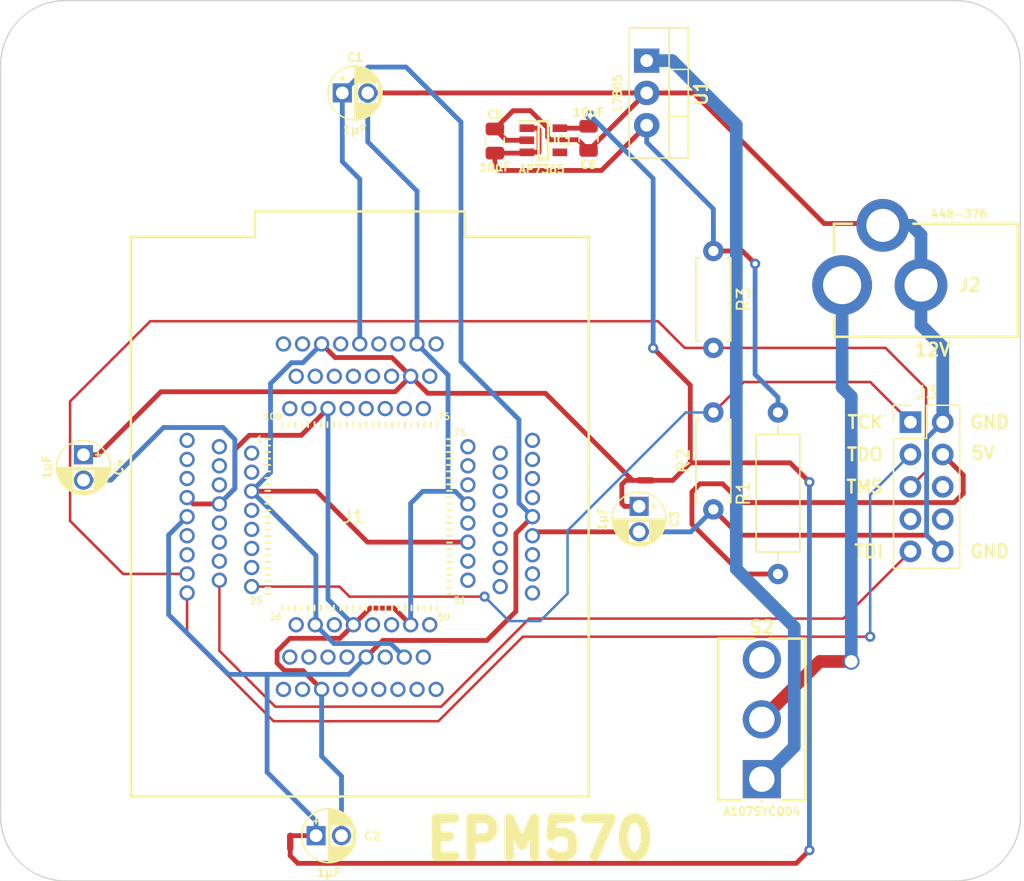
<source format=kicad_pcb>
(kicad_pcb (version 20240108) (generator "pcbnew") (generator_version "8.0")
  (title_block (title "EPM7160S") (date "2025-02-06") (rev "V0"))
  (layers (0 "F.Cu" signal) (31 "B.Cu" signal) (36 "B.SilkS" user "B.Silkscreen") (37 "F.SilkS" user "F.Silkscreen") (38 "B.Mask" user) (39 "F.Mask" user) (44 "Edge.Cuts" user))
  (net 0 "")
  (net 1 "/VCCIO")
  (net 2 "/GND")
  (net 3 "/TMS")
  (net 4 "/TDO")
  (net 5 "/TDI")
  (net 6 "/TCK")
  (net 7 "/VCCINT")
  (net 8 "/5V")
  (net 9 "/12V Socket")
  (net 12 "Net-(J3-Pin_4)")
  (net 14 "/12V")
  (net 16 "/IO44{slash}DEV CLR")
  (net 17 "/IO14{slash}GCLK1")
  (net 18 "/IO12{slash}GCLK0")
  (net 19 "/IO64{slash}GCLK3")
  (net 20 "/IO62{slash}GCLK2")
  (net 21 "/IO43{slash}DEV OE")
  (net 22 "/IO68")
  (net 23 "/IO19")
  (net 24 "/IO53")
  (net 25 "/IO35")
  (net 26 "/IO56")
  (net 27 "/IO87")
  (net 28 "/IO29")
  (net 29 "/IO15")
  (net 30 "/IO81")
  (net 31 "/IO67")
  (net 32 "/IO17")
  (net 33 "/IO58")
  (net 34 "/IO52")
  (net 35 "/IO77")
  (net 36 "/IO84")
  (net 37 "/IO4")
  (net 38 "/IO30")
  (net 39 "/IO50")
  (net 40 "/IO51")
  (net 41 "/IO70")
  (net 42 "/IO69")
  (net 43 "/IO2")
  (net 44 "/IO36")
  (net 45 "/IO49")
  (net 46 "/IO3")
  (net 47 "/IO89")
  (net 48 "/IO96")
  (net 49 "/IO90")
  (net 50 "/IO28")
  (net 51 "/IO76")
  (net 52 "/IO91")
  (net 53 "/IO74")
  (net 54 "/IO82")
  (net 55 "/IO1")
  (net 56 "/IO99")
  (net 57 "/IO100")
  (net 58 "/IO26")
  (net 59 "/IO20")
  (net 60 "/IO7")
  (net 61 "/IO34")
  (net 62 "/IO61")
  (net 63 "/IO72")
  (net 64 "/IO54")
  (net 65 "/IO73")
  (net 66 "/IO16")
  (net 67 "/IO66")
  (net 68 "/IO21")
  (net 69 "/IO98")
  (net 70 "/IO33")
  (net 71 "/IO27")
  (net 72 "/IO71")
  (net 73 "/IO6")
  (net 74 "/IO40")
  (net 75 "/IO92")
  (net 76 "/IO57")
  (net 77 "/IO75")
  (net 78 "/IO97")
  (net 79 "/IO41")
  (net 80 "/IO85")
  (net 81 "/IO48")
  (net 82 "/IO78")
  (net 83 "/IO55")
  (net 84 "/IO83")
  (net 85 "/IO95")
  (net 86 "/IO47")
  (net 87 "/IO18")
  (net 88 "/IO86")
  (net 89 "/IO42")
  (net 90 "/IO38")
  (net 91 "/IO8")
  (net 92 "/IO5")
  (net 93 "/3.3V")
  (footprint "SamacSys_Parts:CP_Radial_D4.0mm_P2.00mm" (layer "F.Cu") (at 10.356 -20.32)
    (property "Reference" "C1" (at 1 -2.794 0) (layer "F.SilkS") (effects (font (size 0.635 0.635))))
    (property "Value" "1μF" (at 1 2.8956 0) (layer "F.SilkS") (effects (font (size 0.635 0.635))))
    (pad "1" thru_hole rect (at 0 0) (size 1.5 1.5) (drill 1) (layers "*.Cu" "*.Mask") (net 7 "/VCCINT"))
    (pad "2" thru_hole circle (at 2 0) (size 1.5 1.5) (drill 1) (layers "*.Cu" "*.Mask") (net 2 "/GND"))
  )
  (footprint "SamacSys_Parts:SOT95P285X130-5N" (layer "F.Cu") (at 26.164 -16.598)
    (property "Reference" "IC1" (at 1.524 0 0) (layer "F.SilkS") (effects (font (size 0.635 0.635))))
    (property "Value" "AP7365-33WG-7" (hide yes))
    (property "Silkscreen" "AP7365" (at -0.127 2.286 0) (layer "F.SilkS") (effects (font (size 0.635 0.635))))
    (pad "1" smd rect (at -1.3 -0.95 90) (size 0.6 1.15) (layers "F.Cu" "F.Paste" "F.Mask") (net 8 "/5V"))
    (pad "2" smd rect (at -1.3 0 90) (size 0.6 1.15) (layers "F.Cu" "F.Paste" "F.Mask") (net 2 "/GND"))
    (pad "3" smd rect (at -1.3 0.95 90) (size 0.6 1.15) (layers "F.Cu" "F.Paste" "F.Mask") (net 8 "/5V"))
    (pad "4" smd rect (at 1.3 0.95 90) (size 0.6 1.15) (layers "F.Cu" "F.Paste" "F.Mask"))
    (pad "5" smd rect (at 1.3 -0.95 90) (size 0.6 1.15) (layers "F.Cu" "F.Paste" "F.Mask") (net 93 "/3.3V"))
  )
  (footprint "NetTie:NetTie-2_SMD_Pad0.5mm" (layer "F.Cu") (at 6.26 38.591 90)
    (property "Reference" "NT4" (hide yes))
    (property "Value" "NetTie_2" (hide yes))
    (fp_poly (pts (xy -0.5 -0.25) (xy 0.5 -0.25) (xy 0.5 0.25) (xy -0.5 0.25)) (fill solid) (layer "F.Cu"))
    (pad "1" smd circle (at -0.5 0 90) (size 0.5 0.5) (layers "F.Cu") (net 93 "/3.3V"))
    (pad "2" smd circle (at 0.5 0 90) (size 0.5 0.5) (layers "F.Cu") (net 7 "/VCCINT"))
  )
  (footprint "SamacSys_Parts:448376" (layer "F.Cu") (at 60.8838 -5.207)
    (property "Reference" "J2" (at -1.1938 0 0) (layer "F.SilkS") (effects (font (thickness 0.2))))
    (property "Value" "448-376" (at -2.032 -5.588 0) (layer "F.SilkS") (effects (font (size 0.635 0.635))))
    (pad "INNER" thru_hole circle (at -11.2268 0) (size 4.7 4.7) (drill 3) (layers "*.Cu" "*.Mask") (net 9 "/12V Socket"))
    (pad "SHL1" thru_hole circle (at -8.0268 -4.7) (size 4.15 4.15) (drill 2.6) (layers "*.Cu" "*.Mask") (net 2 "/GND"))
    (pad "SHL2" thru_hole circle (at -5.0268 0) (size 4.15 4.15) (drill 2.6) (layers "*.Cu" "*.Mask") (net 2 "/GND"))
  )
  (footprint "SamacSys_Parts:A107SYCQ04" (layer "F.Cu") (at 43.344 33.638)
    (property "Reference" "S2" (at 0 -11.938 0) (layer "F.SilkS") (effects (font (thickness 0.2))))
    (property "Value" "A107SYCQ04" (at 0 2.54 0) (layer "F.SilkS") (effects (font (size 0.635 0.635))))
    (pad "1" thru_hole rect (at 0 0) (size 3 3) (drill 2) (layers "*.Cu" "*.Mask") (net 14 "/12V"))
    (pad "2" thru_hole circle (at 0 -4.699) (size 3 3) (drill 2) (layers "*.Cu" "*.Mask") (net 9 "/12V Socket"))
    (pad "3" thru_hole circle (at 0 -9.398) (size 3 3) (drill 2) (layers "*.Cu" "*.Mask"))
  )
  (footprint "SamacSys_Parts:TO-220-3_Vertical" (layer "F.Cu") (at 34.29 -22.86 -90)
    (property "Reference" "U1" (at 2.54 -4.27 90) (layer "F.SilkS") (effects (font (thickness 0.2))))
    (property "Value" "L7805" (at 2.54 2.286 90) (layer "F.SilkS") (effects (font (size 0.635 0.635))))
    (pad "1" thru_hole rect (at 0 0 270) (size 1.905 2) (drill 1) (layers "*.Cu" "*.Mask") (net 14 "/12V"))
    (pad "2" thru_hole oval (at 2.54 0 270) (size 1.905 2) (drill 1) (layers "*.Cu" "*.Mask") (net 2 "/GND"))
    (pad "3" thru_hole oval (at 5.08 0 270) (size 1.905 2) (drill 1) (layers "*.Cu" "*.Mask") (net 8 "/5V"))
  )
  (footprint "Resistor_THT:R_Axial_DIN0309_L9.0mm_D3.2mm_P12.70mm_Horizontal" (layer "F.Cu") (at 44.614 17.509 90)
    (property "Reference" "R1" (at 6.35 -2.72 90) (layer "F.SilkS"))
    (property "Value" "100")
    (pad "1" thru_hole circle (at 0 0 90) (size 1.6 1.6) (drill 0.8) (layers "*.Cu" "*.Mask") (net 12 "Net-(J3-Pin_4)"))
    (pad "2" thru_hole oval (at 12.7 0 90) (size 1.6 1.6) (drill 0.8) (layers "*.Cu" "*.Mask") (net 8 "/5V"))
  )
  (footprint "SamacSys_Parts:C_0805" (layer "F.Cu") (at 29.718 -16.764 180)
    (property "Reference" "C6" (at 0.027 -2.075 360) (layer "F.SilkS") (effects (font (size 0.635 0.635))))
    (property "Value" "10µF" (at 0 2.032 360) (layer "F.SilkS") (effects (font (size 0.635 0.635))))
    (pad "1" smd roundrect (at 0 0.934 270) (size 1 1.45) (layers "F.Cu" "F.Paste" "F.Mask") (net 93 "/3.3V"))
    (pad "2" smd roundrect (at 0 -0.966 270) (size 1 1.45) (layers "F.Cu" "F.Paste" "F.Mask") (net 2 "/GND"))
  )
  (footprint "SamacSys_Parts:CP_Radial_D4.0mm_P2.00mm" (layer "F.Cu") (at 33.692 12.191 -90)
    (property "Reference" "C3" (at 1 -2.794 90) (layer "F.SilkS") (effects (font (size 0.635 0.635))))
    (property "Value" "1μF" (at 1 2.8956 90) (layer "F.SilkS") (effects (font (size 0.635 0.635))))
    (pad "1" thru_hole rect (at 0 0 270) (size 1.5 1.5) (drill 1) (layers "*.Cu" "*.Mask") (net 1 "/VCCIO"))
    (pad "2" thru_hole circle (at 2 0 270) (size 1.5 1.5) (drill 1) (layers "*.Cu" "*.Mask") (net 2 "/GND"))
  )
  (footprint "Connector_PinHeader_2.54mm:PinHeader_2x05_P2.54mm_Vertical" (layer "F.Cu") (at 55.028 5.571)
    (property "Reference" "J3" (at 1.27 -2.33 0) (layer "F.SilkS"))
    (property "Value" "Conn_02x05_Counter_Clockwise")
    (pad "1" thru_hole rect (at 0 0) (size 1.7 1.7) (drill 1) (layers "*.Cu" "*.Mask") (net 6 "/TCK"))
    (pad "2" thru_hole oval (at 2.54 0) (size 1.7 1.7) (drill 1) (layers "*.Cu" "*.Mask") (net 2 "/GND"))
    (pad "3" thru_hole oval (at 0 2.54) (size 1.7 1.7) (drill 1) (layers "*.Cu" "*.Mask") (net 4 "/TDO"))
    (pad "4" thru_hole oval (at 2.54 2.54) (size 1.7 1.7) (drill 1) (layers "*.Cu" "*.Mask") (net 12 "Net-(J3-Pin_4)"))
    (pad "5" thru_hole oval (at 0 5.08) (size 1.7 1.7) (drill 1) (layers "*.Cu" "*.Mask") (net 3 "/TMS"))
    (pad "6" thru_hole oval (at 2.54 5.08) (size 1.7 1.7) (drill 1) (layers "*.Cu" "*.Mask"))
    (pad "7" thru_hole oval (at 0 7.62) (size 1.7 1.7) (drill 1) (layers "*.Cu" "*.Mask"))
    (pad "8" thru_hole oval (at 2.54 7.62) (size 1.7 1.7) (drill 1) (layers "*.Cu" "*.Mask"))
    (pad "9" thru_hole oval (at 0 10.16) (size 1.7 1.7) (drill 1) (layers "*.Cu" "*.Mask") (net 5 "/TDI"))
    (pad "10" thru_hole oval (at 2.54 10.16) (size 1.7 1.7) (drill 1) (layers "*.Cu" "*.Mask") (net 2 "/GND"))
  )
  (footprint "Resistor_THT:R_Axial_DIN0207_L6.3mm_D2.5mm_P7.62mm_Horizontal" (layer "F.Cu") (at 39.534 12.429 90)
    (property "Reference" "R2" (at 3.81 -2.37 90) (layer "F.SilkS"))
    (property "Value" "6.8K")
    (pad "1" thru_hole circle (at 0 0 90) (size 1.6 1.6) (drill 0.8) (layers "*.Cu" "*.Mask") (net 2 "/GND"))
    (pad "2" thru_hole oval (at 7.62 0 90) (size 1.6 1.6) (drill 0.8) (layers "*.Cu" "*.Mask") (net 6 "/TCK"))
  )
  (footprint "Resistor_THT:R_Axial_DIN0207_L6.3mm_D2.5mm_P7.62mm_Horizontal" (layer "F.Cu") (at 39.534 -7.891 -90)
    (property "Reference" "R3" (at 3.81 -2.37 90) (layer "F.SilkS"))
    (property "Value" "6.8K")
    (pad "1" thru_hole circle (at 0 0 270) (size 1.6 1.6) (drill 0.8) (layers "*.Cu" "*.Mask") (net 8 "/5V"))
    (pad "2" thru_hole oval (at 7.62 0 270) (size 1.6 1.6) (drill 0.8) (layers "*.Cu" "*.Mask") (net 3 "/TMS"))
  )
  (footprint "SamacSys_Parts:AllSocket-QFP-100-14X14-0.5-Clamshell" (layer "F.Cu") (at 10.714 11.984)
    (property "Reference" "J1" (at 0.516 1.016 0) (layer "F.SilkS"))
    (property "Value" "~")
    (fp_text user "51" (at 8.89 7.62 0) (layer "F.SilkS") (effects (font (size 0.5 0.5) (thickness 0.1) (bold yes))))
    (fp_text user "26" (at -5.588 8.89 0) (layer "F.SilkS") (effects (font (size 0.5 0.5) (thickness 0.1) (bold yes))))
    (fp_text user "1" (at -6.858 -5.08 0) (layer "F.SilkS") (effects (font (size 0.5 0.5) (thickness 0.1) (bold yes))))
    (fp_text user "25" (at -7.112 7.62 0) (layer "F.SilkS") (effects (font (size 0.5 0.5) (thickness 0.1) (bold yes))))
    (fp_text user "100" (at -5.842 -6.858 0) (layer "F.SilkS") (effects (font (size 0.5 0.5) (thickness 0.1) (bold yes))))
    (fp_text user "76" (at 7.62 -6.858 0) (layer "F.SilkS") (effects (font (size 0.5 0.5) (thickness 0.1) (bold yes))))
    (fp_text user "50" (at 7.62 8.89 0) (layer "F.SilkS") (effects (font (size 0.5 0.5) (thickness 0.1) (bold yes))))
    (fp_text user "75" (at 8.89 -5.588 0) (layer "F.SilkS") (effects (font (size 0.5 0.5) (thickness 0.1) (bold yes))))
    (pad "" np_thru_hole circle (at -11.984 -11.984 90) (size 3.2 3.2) (drill 3.6) (layers "F&B.Cu" "*.Mask"))
    (pad "" np_thru_hole circle (at -11.984 14.016 90) (size 3.2 3.2) (drill 3.6) (layers "F&B.Cu" "*.Mask"))
    (pad "" np_thru_hole circle (at 14.016 -11.984 90) (size 3.2 3.2) (drill 3.6) (layers "F&B.Cu" "*.Mask"))
    (pad "" np_thru_hole circle (at 14.016 14.016 90) (size 3.2 3.2) (drill 3.6) (layers "F&B.Cu" "*.Mask"))
    (pad "1" thru_hole circle (at -12.564 -4.984 90) (size 1.2 1.2) (drill 0.8) (layers "*.Cu" "*.Mask") (net 55 "/IO1"))
    (pad "2" thru_hole circle (at -10.024 -4.484 90) (size 1.2 1.2) (drill 0.8) (layers "*.Cu" "*.Mask") (net 43 "/IO2"))
    (pad "3" thru_hole circle (at -7.484 -3.984 90) (size 1.2 1.2) (drill 0.8) (layers "*.Cu" "*.Mask") (net 46 "/IO3"))
    (pad "4" thru_hole circle (at -12.564 -3.484 90) (size 1.2 1.2) (drill 0.8) (layers "*.Cu" "*.Mask") (net 37 "/IO4"))
    (pad "5" thru_hole circle (at -10.024 -2.984 90) (size 1.2 1.2) (drill 0.8) (layers "*.Cu" "*.Mask") (net 92 "/IO5"))
    (pad "6" thru_hole circle (at -7.484 -2.484 90) (size 1.2 1.2) (drill 0.8) (layers "*.Cu" "*.Mask") (net 73 "/IO6"))
    (pad "7" thru_hole circle (at -12.564 -1.984 90) (size 1.2 1.2) (drill 0.8) (layers "*.Cu" "*.Mask") (net 60 "/IO7"))
    (pad "8" thru_hole circle (at -10.024 -1.484 90) (size 1.2 1.2) (drill 0.8) (layers "*.Cu" "*.Mask") (net 91 "/IO8"))
    (pad "9" thru_hole circle (at -7.484 -0.984 90) (size 1.2 1.2) (drill 0.8) (layers "*.Cu" "*.Mask") (net 1 "/VCCIO"))
    (pad "10" thru_hole circle (at -12.564 -0.484 90) (size 1.2 1.2) (drill 0.8) (layers "*.Cu" "*.Mask") (net 2 "/GND"))
    (pad "11" thru_hole circle (at -10.024 0.016 90) (size 1.2 1.2) (drill 0.8) (layers "*.Cu" "*.Mask") (net 2 "/GND"))
    (pad "12" thru_hole circle (at -7.484 0.516 90) (size 1.2 1.2) (drill 0.8) (layers "*.Cu" "*.Mask") (net 18 "/IO12{slash}GCLK0"))
    (pad "13" thru_hole circle (at -12.564 1.016 90) (size 1.2 1.2) (drill 0.8) (layers "*.Cu" "*.Mask") (net 7 "/VCCINT"))
    (pad "14" thru_hole circle (at -10.024 1.516 90) (size 1.2 1.2) (drill 0.8) (layers "*.Cu" "*.Mask") (net 17 "/IO14{slash}GCLK1"))
    (pad "15" thru_hole circle (at -7.484 2.016 90) (size 1.2 1.2) (drill 0.8) (layers "*.Cu" "*.Mask") (net 29 "/IO15"))
    (pad "16" thru_hole circle (at -12.564 2.516 90) (size 1.2 1.2) (drill 0.8) (layers "*.Cu" "*.Mask") (net 66 "/IO16"))
    (pad "17" thru_hole circle (at -10.024 3.016 90) (size 1.2 1.2) (drill 0.8) (layers "*.Cu" "*.Mask") (net 32 "/IO17"))
    (pad "18" thru_hole circle (at -7.484 3.516 90) (size 1.2 1.2) (drill 0.8) (layers "*.Cu" "*.Mask") (net 87 "/IO18"))
    (pad "19" thru_hole circle (at -12.564 4.016 90) (size 1.2 1.2) (drill 0.8) (layers "*.Cu" "*.Mask") (net 23 "/IO19"))
    (pad "20" thru_hole circle (at -10.024 4.516 90) (size 1.2 1.2) (drill 0.8) (layers "*.Cu" "*.Mask") (net 59 "/IO20"))
    (pad "21" thru_hole circle (at -7.484 5.016 90) (size 1.2 1.2) (drill 0.8) (layers "*.Cu" "*.Mask") (net 68 "/IO21"))
    (pad "22" thru_hole circle (at -12.564 5.516 90) (size 1.2 1.2) (drill 0.8) (layers "*.Cu" "*.Mask") (net 3 "/TMS"))
    (pad "23" thru_hole circle (at -10.024 6.016 90) (size 1.2 1.2) (drill 0.8) (layers "*.Cu" "*.Mask") (net 5 "/TDI"))
    (pad "24" thru_hole circle (at -7.484 6.516 90) (size 1.2 1.2) (drill 0.8) (layers "*.Cu" "*.Mask") (net 6 "/TCK"))
    (pad "25" thru_hole circle (at -12.564 7.016 90) (size 1.2 1.2) (drill 0.8) (layers "*.Cu" "*.Mask") (net 4 "/TDO"))
    (pad "26" thru_hole circle (at -4.984 14.596 180) (size 1.2 1.2) (drill 0.8) (layers "*.Cu" "*.Mask") (net 58 "/IO26"))
    (pad "27" thru_hole circle (at -4.484 12.056 180) (size 1.2 1.2) (drill 0.8) (layers "*.Cu" "*.Mask") (net 71 "/IO27"))
    (pad "28" thru_hole circle (at -3.984 9.516 180) (size 1.2 1.2) (drill 0.8) (layers "*.Cu" "*.Mask") (net 50 "/IO28"))
    (pad "29" thru_hole circle (at -3.484 14.596 180) (size 1.2 1.2) (drill 0.8) (layers "*.Cu" "*.Mask") (net 28 "/IO29"))
    (pad "30" thru_hole circle (at -2.984 12.056 180) (size 1.2 1.2) (drill 0.8) (layers "*.Cu" "*.Mask") (net 38 "/IO30"))
    (pad "31" thru_hole circle (at -2.484 9.516 180) (size 1.2 1.2) (drill 0.8) (layers "*.Cu" "*.Mask") (net 1 "/VCCIO"))
    (pad "32" thru_hole circle (at -1.984 14.596 180) (size 1.2 1.2) (drill 0.8) (layers "*.Cu" "*.Mask") (net 2 "/GND"))
    (pad "33" thru_hole circle (at -1.484 12.056 180) (size 1.2 1.2) (drill 0.8) (layers "*.Cu" "*.Mask") (net 70 "/IO33"))
    (pad "34" thru_hole circle (at -0.984 9.516 180) (size 1.2 1.2) (drill 0.8) (layers "*.Cu" "*.Mask") (net 61 "/IO34"))
    (pad "35" thru_hole circle (at -0.484 14.596 180) (size 1.2 1.2) (drill 0.8) (layers "*.Cu" "*.Mask") (net 25 "/IO35"))
    (pad "36" thru_hole circle (at 0.016 12.056 180) (size 1.2 1.2) (drill 0.8) (layers "*.Cu" "*.Mask") (net 44 "/IO36"))
    (pad "37" thru_hole circle (at 0.516 9.516 180) (size 1.2 1.2) (drill 0.8) (layers "*.Cu" "*.Mask") (net 2 "/GND"))
    (pad "38" thru_hole circle (at 1.016 14.596 180) (size 1.2 1.2) (drill 0.8) (layers "*.Cu" "*.Mask") (net 90 "/IO38"))
    (pad "39" thru_hole circle (at 1.516 12.056 180) (size 1.2 1.2) (drill 0.8) (layers "*.Cu" "*.Mask") (net 7 "/VCCINT"))
    (pad "40" thru_hole circle (at 2.016 9.516 180) (size 1.2 1.2) (drill 0.8) (layers "*.Cu" "*.Mask") (net 74 "/IO40"))
    (pad "41" thru_hole circle (at 2.516 14.596 180) (size 1.2 1.2) (drill 0.8) (layers "*.Cu" "*.Mask") (net 79 "/IO41"))
    (pad "42" thru_hole circle (at 3.016 12.056 180) (size 1.2 1.2) (drill 0.8) (layers "*.Cu" "*.Mask") (net 89 "/IO42"))
    (pad "43" thru_hole circle (at 3.516 9.516 180) (size 1.2 1.2) (drill 0.8) (layers "*.Cu" "*.Mask") (net 21 "/IO43{slash}DEV OE"))
    (pad "44" thru_hole circle (at 4.016 14.596 180) (size 1.2 1.2) (drill 0.8) (layers "*.Cu" "*.Mask") (net 16 "/IO44{slash}DEV CLR"))
    (pad "45" thru_hole circle (at 4.516 12.056 180) (size 1.2 1.2) (drill 0.8) (layers "*.Cu" "*.Mask") (net 1 "/VCCIO"))
    (pad "46" thru_hole circle (at 5.016 9.516 180) (size 1.2 1.2) (drill 0.8) (layers "*.Cu" "*.Mask") (net 2 "/GND"))
    (pad "47" thru_hole circle (at 5.516 14.596 180) (size 1.2 1.2) (drill 0.8) (layers "*.Cu" "*.Mask") (net 86 "/IO47"))
    (pad "48" thru_hole circle (at 6.016 12.056 180) (size 1.2 1.2) (drill 0.8) (layers "*.Cu" "*.Mask") (net 81 "/IO48"))
    (pad "49" thru_hole circle (at 6.516 9.516 180) (size 1.2 1.2) (drill 0.8) (layers "*.Cu" "*.Mask") (net 45 "/IO49"))
    (pad "50" thru_hole circle (at 7.016 14.596 180) (size 1.2 1.2) (drill 0.8) (layers "*.Cu" "*.Mask") (net 39 "/IO50"))
    (pad "51" thru_hole circle (at 14.596 7.016 270) (size 1.2 1.2) (drill 0.8) (layers "*.Cu" "*.Mask") (net 40 "/IO51"))
    (pad "52" thru_hole circle (at 12.056 6.516 270) (size 1.2 1.2) (drill 0.8) (layers "*.Cu" "*.Mask") (net 34 "/IO52"))
    (pad "53" thru_hole circle (at 9.516 6.016 270) (size 1.2 1.2) (drill 0.8) (layers "*.Cu" "*.Mask") (net 24 "/IO53"))
    (pad "54" thru_hole circle (at 14.596 5.516 270) (size 1.2 1.2) (drill 0.8) (layers "*.Cu" "*.Mask") (net 64 "/IO54"))
    (pad "55" thru_hole circle (at 12.056 5.016 270) (size 1.2 1.2) (drill 0.8) (layers "*.Cu" "*.Mask") (net 83 "/IO55"))
    (pad "56" thru_hole circle (at 9.516 4.516 270) (size 1.2 1.2) (drill 0.8) (layers "*.Cu" "*.Mask") (net 26 "/IO56"))
    (pad "57" thru_hole circle (at 14.596 4.016 270) (size 1.2 1.2) (drill 0.8) (layers "*.Cu" "*.Mask") (net 76 "/IO57"))
    (pad "58" thru_hole circle (at 12.056 3.516 270) (size 1.2 1.2) (drill 0.8) (layers "*.Cu" "*.Mask") (net 33 "/IO58"))
    (pad "59" thru_hole circle (at 9.516 3.016 270) (size 1.2 1.2) (drill 0.8) (layers "*.Cu" "*.Mask") (net 1 "/VCCIO"))
    (pad "60" thru_hole circle (at 14.596 2.516 270) (size 1.2 1.2) (drill 0.8) (layers "*.Cu" "*.Mask") (net 2 "/GND"))
    (pad "61" thru_hole circle (at 12.056 2.016 270) (size 1.2 1.2) (drill 0.8) (layers "*.Cu" "*.Mask") (net 62 "/IO61"))
    (pad "62" thru_hole circle (at 9.516 1.516 270) (size 1.2 1.2) (drill 0.8) (layers "*.Cu" "*.Mask") (net 20 "/IO62{slash}GCLK2"))
    (pad "63" thru_hole circle (at 14.596 1.016 90) (size 1.2 1.2) (drill 0.8) (layers "*.Cu" "*.Mask") (net 7 "/VCCINT"))
    (pad "64" thru_hole circle (at 12.056 0.516 270) (size 1.2 1.2) (drill 0.8) (layers "*.Cu" "*.Mask") (net 19 "/IO64{slash}GCLK3"))
    (pad "65" thru_hole circle (at 9.516 0.016 270) (size 1.2 1.2) (drill 0.8) (layers "*.Cu" "*.Mask") (net 2 "/GND"))
    (pad "66" thru_hole circle (at 14.596 -0.484 270) (size 1.2 1.2) (drill 0.8) (layers "*.Cu" "*.Mask") (net 67 "/IO66"))
    (pad "67" thru_hole circle (at 12.056 -0.984 270) (size 1.2 1.2) (drill 0.8) (layers "*.Cu" "*.Mask") (net 31 "/IO67"))
    (pad "68" thru_hole circle (at 9.516 -1.484 270) (size 1.2 1.2) (drill 0.8) (layers "*.Cu" "*.Mask") (net 22 "/IO68"))
    (pad "69" thru_hole circle (at 14.596 -1.984 270) (size 1.2 1.2) (drill 0.8) (layers "*.Cu" "*.Mask") (net 42 "/IO69"))
    (pad "70" thru_hole circle (at 12.056 -2.484 270) (size 1.2 1.2) (drill 0.8) (layers "*.Cu" "*.Mask") (net 41 "/IO70"))
    (pad "71" thru_hole circle (at 9.516 -2.984 270) (size 1.2 1.2) (drill 0.8) (layers "*.Cu" "*.Mask") (net 72 "/IO71"))
    (pad "72" thru_hole circle (at 14.596 -3.484 270) (size 1.2 1.2) (drill 0.8) (layers "*.Cu" "*.Mask") (net 63 "/IO72"))
    (pad "73" thru_hole circle (at 12.056 -3.984 270) (size 1.2 1.2) (drill 0.8) (layers "*.Cu" "*.Mask") (net 65 "/IO73"))
    (pad "74" thru_hole circle (at 9.516 -4.484 270) (size 1.2 1.2) (drill 0.8) (layers "*.Cu" "*.Mask") (net 53 "/IO74"))
    (pad "75" thru_hole circle (at 14.596 -4.984 270) (size 1.2 1.2) (drill 0.8) (layers "*.Cu" "*.Mask") (net 77 "/IO75"))
    (pad "76" thru_hole circle (at 7.016 -12.564) (size 1.2 1.2) (drill 0.8) (layers "*.Cu" "*.Mask") (net 51 "/IO76"))
    (pad "77" thru_hole circle (at 6.516 -10.024) (size 1.2 1.2) (drill 0.8) (layers "*.Cu" "*.Mask") (net 35 "/IO77"))
    (pad "78" thru_hole circle (at 6.016 -7.484) (size 1.2 1.2) (drill 0.8) (layers "*.Cu" "*.Mask") (net 82 "/IO78"))
    (pad "79" thru_hole circle (at 5.516 -12.564) (size 1.2 1.2) (drill 0.8) (layers "*.Cu" "*.Mask") (net 2 "/GND"))
    (pad "80" thru_hole circle (at 5.016 -10.024) (size 1.2 1.2) (drill 0.8) (layers "*.Cu" "*.Mask") (net 1 "/VCCIO"))
    (pad "81" thru_hole circle (at 4.516 -7.484) (size 1.2 1.2) (drill 0.8) (layers "*.Cu" "*.Mask") (net 30 "/IO81"))
    (pad "82" thru_hole circle (at 4.016 -12.564) (size 1.2 1.2) (drill 0.8) (layers "*.Cu" "*.Mask") (net 54 "/IO82"))
    (pad "83" thru_hole circle (at 3.516 -10.024) (size 1.2 1.2) (drill 0.8) (layers "*.Cu" "*.Mask") (net 84 "/IO83"))
    (pad "84" thru_hole circle (at 3.016 -7.484) (size 1.2 1.2) (drill 0.8) (layers "*.Cu" "*.Mask") (net 36 "/IO84"))
    (pad "85" thru_hole circle (at 2.516 -12.564) (size 1.2 1.2) (drill 0.8) (layers "*.Cu" "*.Mask") (net 80 "/IO85"))
    (pad "86" thru_hole circle (at 2.016 -10.024) (size 1.2 1.2) (drill 0.8) (layers "*.Cu" "*.Mask") (net 88 "/IO86"))
    (pad "87" thru_hole circle (at 1.516 -7.484) (size 1.2 1.2) (drill 0.8) (layers "*.Cu" "*.Mask") (net 27 "/IO87"))
    (pad "88" thru_hole circle (at 1.016 -12.564 180) (size 1.2 1.2) (drill 0.8) (layers "*.Cu" "*.Mask") (net 7 "/VCCINT"))
    (pad "89" thru_hole circle (at 0.516 -10.024) (size 1.2 1.2) (drill 0.8) (layers "*.Cu" "*.Mask") (net 47 "/IO89"))
    (pad "90" thru_hole circle (at 0.016 -7.484) (size 1.2 1.2) (drill 0.8) (layers "*.Cu" "*.Mask") (net 49 "/IO90"))
    (pad "91" thru_hole circle (at -0.484 -12.564) (size 1.2 1.2) (drill 0.8) (layers "*.Cu" "*.Mask") (net 52 "/IO91"))
    (pad "92" thru_hole circle (at -0.984 -10.024) (size 1.2 1.2) (drill 0.8) (layers "*.Cu" "*.Mask") (net 75 "/IO92"))
    (pad "93" thru_hole circle (at -1.484 -7.484) (size 1.2 1.2) (drill 0.8) (layers "*.Cu" "*.Mask") (net 2 "/GND"))
    (pad "94" thru_hole circle (at -1.984 -12.564) (size 1.2 1.2) (drill 0.8) (layers "*.Cu" "*.Mask") (net 1 "/VCCIO"))
    (pad "95" thru_hole circle (at -2.484 -10.024) (size 1.2 1.2) (drill 0.8) (layers "*.Cu" "*.Mask") (net 85 "/IO95"))
    (pad "96" thru_hole circle (at -2.984 -7.484) (size 1.2 1.2) (drill 0.8) (layers "*.Cu" "*.Mask") (net 48 "/IO96"))
    (pad "97" thru_hole circle (at -3.484 -12.564) (size 1.2 1.2) (drill 0.8) (layers "*.Cu" "*.Mask") (net 78 "/IO97"))
    (pad "98" thru_hole circle (at -3.984 -10.024) (size 1.2 1.2) (drill 0.8) (layers "*.Cu" "*.Mask") (net 69 "/IO98"))
    (pad "99" thru_hole circle (at -4.484 -7.484) (size 1.2 1.2) (drill 0.8) (layers "*.Cu" "*.Mask") (net 56 "/IO99"))
    (pad "100" thru_hole circle (at -4.984 -12.564) (size 1.2 1.2) (drill 0.8) (layers "*.Cu" "*.Mask") (net 57 "/IO100"))
  )
  (footprint "SamacSys_Parts:CP_Radial_D4.0mm_P2.00mm" (layer "F.Cu") (at 8.292 38.083)
    (property "Reference" "C2" (at 4.408 0.017 0) (layer "F.SilkS") (effects (font (size 0.635 0.635))))
    (property "Value" "1μF" (at 1 2.8956 0) (layer "F.SilkS") (effects (font (size 0.635 0.635))))
    (pad "1" thru_hole rect (at 0 0) (size 1.5 1.5) (drill 1) (layers "*.Cu" "*.Mask") (net 7 "/VCCINT"))
    (pad "2" thru_hole circle (at 2 0) (size 1.5 1.5) (drill 1) (layers "*.Cu" "*.Mask") (net 2 "/GND"))
  )
  (footprint "NetTie:NetTie-2_SMD_Pad0.5mm" (layer "F.Cu") (at 34.192 10.143 180)
    (property "Reference" "NT5" (hide yes))
    (property "Value" "NetTie_2" (hide yes))
    (fp_poly (pts (xy -0.5 -0.25) (xy 0.5 -0.25) (xy 0.5 0.25) (xy -0.5 0.25)) (fill solid) (layer "F.Cu"))
    (pad "1" smd circle (at -0.5 0 180) (size 0.5 0.5) (layers "F.Cu") (net 93 "/3.3V"))
    (pad "2" smd circle (at 0.5 0 180) (size 0.5 0.5) (layers "F.Cu") (net 1 "/VCCIO"))
  )
  (footprint "SamacSys_Parts:C_0805" (layer "F.Cu") (at 22.354 -16.521)
    (property "Reference" "C5" (at 0.027 -2.075 180) (layer "F.SilkS") (effects (font (size 0.635 0.635))))
    (property "Value" "10µF" (at 0 2.032 0) (layer "F.SilkS") (effects (font (size 0.635 0.635))))
    (pad "1" smd roundrect (at 0 0.934 90) (size 1 1.45) (layers "F.Cu" "F.Paste" "F.Mask") (net 8 "/5V"))
    (pad "2" smd roundrect (at 0 -0.966 90) (size 1 1.45) (layers "F.Cu" "F.Paste" "F.Mask") (net 2 "/GND"))
  )
  (footprint "SamacSys_Parts:CP_Radial_D4.0mm_P2.00mm" (layer "F.Cu") (at -9.996 8.127 -90)
    (property "Reference" "C4" (at 1 -2.794 90) (layer "F.SilkS") (effects (font (size 0.635 0.635))))
    (property "Value" "1μF" (at 1 2.8956 90) (layer "F.SilkS") (effects (font (size 0.635 0.635))))
    (pad "1" thru_hole rect (at 0 0 270) (size 1.5 1.5) (drill 1) (layers "*.Cu" "*.Mask") (net 1 "/VCCIO"))
    (pad "2" thru_hole circle (at 2 0 270) (size 1.5 1.5) (drill 1) (layers "*.Cu" "*.Mask") (net 2 "/GND"))
  )
  (gr_arc (start 58.592 -27.576) (mid 62.184102 -26.088102) (end 63.672 -22.496) (stroke (width 0.1)) (layer "Edge.Cuts"))
  (gr_line (start 63.672 36.559) (end 63.672 -22.496) (stroke (width 0.1)) (layer "Edge.Cuts"))
  (gr_arc (start -11.43 41.639) (mid -15.022102 40.151102) (end -16.51 36.559) (stroke (width 0.1)) (layer "Edge.Cuts"))
  (gr_line (start 58.592 -27.576) (end -11.43 -27.576) (stroke (width 0.1)) (layer "Edge.Cuts"))
  (gr_arc (start 63.672 36.559) (mid 62.184102 40.151102) (end 58.592 41.639) (stroke (width 0.1)) (layer "Edge.Cuts"))
  (gr_arc (start -16.51 -22.496) (mid -15.022102 -26.088102) (end -11.43 -27.576) (stroke (width 0.1)) (layer "Edge.Cuts"))
  (gr_line (start -11.43 41.639) (end 58.592 41.639) (stroke (width 0.1)) (layer "Edge.Cuts"))
  (gr_line (start -16.51 36.559) (end -16.51 -22.496) (stroke (width 0.1)) (layer "Edge.Cuts"))
  (gr_text "12V" (at 56.769 -0.127 0) (layer "F.SilkS") (effects (font (size 1 1) (thickness 0.2) (bold yes))))
  (gr_text "TDI" (at 52.996001 15.731 0) (layer "F.SilkS") (effects (font (size 1 1) (thickness 0.2) (bold yes)) (justify right)))
  (gr_text "TCK" (at 52.996001 5.571 0) (layer "F.SilkS") (effects (font (size 1 1) (thickness 0.2) (bold yes)) (justify right)))
  (gr_text "TMS" (at 52.996001 10.651 0) (layer "F.SilkS") (effects (font (size 1 1) (thickness 0.2) (bold yes)) (justify right)))
  (gr_text "5V" (at 59.69 8.001 0) (layer "F.SilkS") (effects (font (size 1 1) (thickness 0.2) (bold yes)) (justify left)))
  (gr_text "GND" (at 59.600001 5.571 0) (layer "F.SilkS") (effects (font (size 1 1) (thickness 0.2) (bold yes)) (justify left)))
  (gr_text "TDO" (at 52.996001 8.111 0) (layer "F.SilkS") (effects (font (size 1 1) (thickness 0.2) (bold yes)) (justify right)))
  (gr_text "EPM570" (at 25.908 38.354 0) (layer "F.SilkS") (effects (font (size 3 3) (thickness 0.75) (bold yes))))
  (gr_text "GND" (at 59.600001 15.731 0) (layer "F.SilkS") (effects (font (size 1 1) (thickness 0.2) (bold yes)) (justify left)))
  (segment (start 32.656 10.143) (end 33.174 10.143) (width 0.38) (layer "F.Cu") (net 1))
  (segment (start 9.7948 0.4848) (end 14.2548 0.4848) (width 0.38) (layer "F.Cu") (net 1))
  (segment (start 32.335 11.9757) (end 32.335 10.464) (width 0.38) (layer "F.Cu") (net 1))
  (segment (start 32.5503 12.191) (end 32.335 11.9757) (width 0.38) (layer "F.Cu") (net 1))
  (segment (start 20.23 15) (end 12.333 15) (width 0.38) (layer "F.Cu") (net 1))
  (segment (start 32.335 10.464) (end 32.656 10.143) (width 0.38) (layer "F.Cu") (net 1))
  (segment (start 33.174 10.143) (end 26.333 3.302) (width 0.38) (layer "F.Cu") (net 1))
  (segment (start 14.515 3.175) (end 15.73 1.96) (width 0.38) (layer "F.Cu") (net 1))
  (segment (start 8.73 -0.58) (end 9.7948 0.4848) (width 0.38) (layer "F.Cu") (net 1))
  (segment (start 8.333 11) (end 3.23 11) (width 0.38) (layer "F.Cu") (net 1))
  (segment (start 26.333 3.302) (end 17.072 3.302) (width 0.38) (layer "F.Cu") (net 1))
  (segment (start 17.072 3.302) (end 15.73 1.96) (width 0.38) (layer "F.Cu") (net 1))
  (segment (start -9.996 8.127) (end -8.8543 8.127) (width 0.38) (layer "F.Cu") (net 1))
  (segment (start 33.174 10.143) (end 33.692 10.143) (width 0.38) (layer "F.Cu") (net 1))
  (segment (start -8.8543 8.127) (end -3.9023 3.175) (width 0.38) (layer "F.Cu") (net 1))
  (segment (start 14.2548 0.4848) (end 15.73 1.96) (width 0.38) (layer "F.Cu") (net 1))
  (segment (start -3.9023 3.175) (end 14.515 3.175) (width 0.38) (layer "F.Cu") (net 1))
  (segment (start 33.692 12.191) (end 32.5503 12.191) (width 0.38) (layer "F.Cu") (net 1))
  (segment (start 12.333 15) (end 8.333 11) (width 0.38) (layer "F.Cu") (net 1))
  (segment (start 8.73 -0.58) (end 7.2562 0.8938) (width 0.38) (layer "B.Cu") (net 1))
  (segment (start 7.2562 0.8938) (end 6.3574 0.8938) (width 0.38) (layer "B.Cu") (net 1))
  (segment (start 15.23 24.04) (end 14.1652 22.9752) (width 0.38) (layer "B.Cu") (net 1))
  (segment (start 6.3574 0.8938) (end 4.7113 2.5399) (width 0.38) (layer "B.Cu") (net 1))
  (segment (start 8.2799 16.0499) (end 3.23 11) (width 0.38) (layer "B.Cu") (net 1))
  (segment (start 4.7113 2.5399) (end 4.7113 9.5187) (width 0.38) (layer "B.Cu") (net 1))
  (segment (start 4.7113 9.5187) (end 3.23 11) (width 0.38) (layer "B.Cu") (net 1))
  (segment (start 9.7052 22.9752) (end 8.2799 21.5499) (width 0.38) (layer "B.Cu") (net 1))
  (segment (start 14.1652 22.9752) (end 9.7052 22.9752) (width 0.38) (layer "B.Cu") (net 1))
  (segment (start 8.2799 21.5499) (end 8.2799 16.0499) (width 0.38) (layer "B.Cu") (net 1))
  (segment (start 0.69 12) (end 1.905 10.785) (width 0.38) (layer "F.Cu") (net 2))
  (segment (start 11.23 21.5) (end 10.165 22.565) (width 0.38) (layer "F.Cu") (net 2))
  (segment (start 34.24 -20.32) (end 29.718 -15.798) (width 0.38) (layer "F.Cu") (net 2))
  (segment (start 29.718 -15.798) (end 28.879 -16.637) (width 0.38) (layer "F.Cu") (net 2))
  (segment (start 34.29 -20.32) (end 37.973 -20.32) (width 0.38) (layer "F.Cu") (net 2))
  (segment (start 25.619 14.191) (end 25.31 14.5) (width 0.38) (layer "F.Cu") (net 2))
  (segment (start 28.879 -16.637) (end 26.72 -16.637) (width 0.38) (layer "F.Cu") (net 2))
  (segment (start 5.2282 23.5788) (end 5.2282 24.5163) (width 0.38) (layer "F.Cu") (net 2))
  (segment (start 24.864 -16.598) (end 23.243 -16.598) (width 0.38) (layer "F.Cu") (net 2))
  (segment (start 5.8167 25.1048) (end 7.2548 25.1048) (width 0.38) (layer "F.Cu") (net 2))
  (segment (start 26.499 -17.57) (end 25.146 -18.923) (width 0.38) (layer "F.Cu") (net 2))
  (segment (start -1.85 11.5) (end -1.35 12) (width 0.38) (layer "F.Cu") (net 2))
  (segment (start 26.499 -16.858) (end 26.499 -17.57) (width 0.38) (layer "F.Cu") (net 2))
  (segment (start 6.242 22.565) (end 5.2282 23.5788) (width 0.38) (layer "F.Cu") (net 2))
  (segment (start 33.692 14.191) (end 25.619 14.191) (width 0.38) (layer "F.Cu") (net 2))
  (segment (start 1.905 10.785) (end 1.905 7.73315) (width 0.38) (layer "F.Cu") (net 2))
  (segment (start 48.242 -10.051) (end 52.536 -10.051) (width 0.38) (layer "F.Cu") (net 2))
  (segment (start 26.72 -16.637) (end 26.499 -16.858) (width 0.38) (layer "F.Cu") (net 2))
  (segment (start 23.243 -16.598) (end 22.354 -17.487) (width 0.38) (layer "F.Cu") (net 2))
  (segment (start 12.537 20.193) (end 11.23 21.5) (width 0.38) (layer "F.Cu") (net 2))
  (segment (start 25.146 -18.923) (end 23.79 -18.923) (width 0.38) (layer "F.Cu") (net 2))
  (segment (start 37.973 -20.32) (end 48.242 -10.051) (width 0.38) (layer "F.Cu") (net 2))
  (segment (start 14.423 20.193) (end 12.537 20.193) (width 0.38) (layer "F.Cu") (net 2))
  (segment (start 5.2282 24.5163) (end 5.8167 25.1048) (width 0.38) (layer "F.Cu") (net 2))
  (segment (start -1.35 12) (end 0.69 12) (width 0.38) (layer "F.Cu") (net 2))
  (segment (start 57.568 15.731) (end 56.2965 14.4595) (width 0.38) (layer "F.Cu") (net 2))
  (segment (start 3.03415 6.604) (end 7.126 6.604) (width 0.38) (layer "F.Cu") (net 2))
  (segment (start 7.2548 25.1048) (end 8.73 26.58) (width 0.38) (layer "F.Cu") (net 2))
  (segment (start 7.126 6.604) (end 9.23 4.5) (width 0.38) (layer "F.Cu") (net 2))
  (segment (start 41.5645 14.4595) (end 39.534 12.429) (width 0.38) (layer "F.Cu") (net 2))
  (segment (start 1.905 7.73315) (end 3.03415 6.604) (width 0.38) (layer "F.Cu") (net 2))
  (segment (start 10.165 22.565) (end 6.242 22.565) (width 0.38) (layer "F.Cu") (net 2))
  (segment (start 23.79 -18.923) (end 22.354 -17.487) (width 0.38) (layer "F.Cu") (net 2))
  (segment (start 34.29 -20.32) (end 12.356 -20.32) (width 0.38) (layer "F.Cu") (net 2))
  (segment (start 15.73 21.5) (end 14.423 20.193) (width 0.38) (layer "F.Cu") (net 2))
  (segment (start 56.2965 14.4595) (end 41.5645 14.4595) (width 0.38) (layer "F.Cu") (net 2))
  (segment (start 56.298 6.841) (end 57.568 5.571) (width 0.38) (layer "B.Cu") (net 2))
  (segment (start 9.23 4.5) (end 9.23 19.5) (width 0.38) (layer "B.Cu") (net 2))
  (segment (start 56.298 14.461) (end 56.298 6.841) (width 0.38) (layer "B.Cu") (net 2))
  (segment (start 18.669 1.859) (end 18.669 11.0083) (width 0.38) (layer "B.Cu") (net 2))
  (segment (start 37.772 14.191) (end 39.534 12.429) (width 0.38) (layer "B.Cu") (net 2))
  (segment (start -7.841 10.127) (end -9.996 10.127) (width 0.38) (layer "B.Cu") (net 2))
  (segment (start 57.568 15.731) (end 56.298 14.461) (width 0.38) (layer "B.Cu") (net 2))
  (segment (start 18.669 11.0083) (end 16.6777 11.0083) (width 0.38) (layer "B.Cu") (net 2))
  (segment (start 0.69 12) (end 1.905 10.785) (width 0.38) (layer "B.Cu") (net 2))
  (segment (start 8.73 26.58) (end 8.73 31.844) (width 0.38) (layer "B.Cu") (net 2))
  (segment (start 55.857 -9.167) (end 55.117 -9.907) (width 1) (layer "B.Cu") (net 2))
  (segment (start 8.73 31.844) (end 10.292 33.406) (width 0.38) (layer "B.Cu") (net 2))
  (segment (start 55.857 -2.055) (end 57.568 -0.344) (width 1) (layer "B.Cu") (net 2))
  (segment (start 10.292 33.406) (end 10.292 38.083) (width 0.38) (layer "B.Cu") (net 2))
  (segment (start 16.23 -12.599) (end 16.23 -0.58) (width 0.38) (layer "B.Cu") (net 2))
  (segment (start 12.356 -20.32) (end 12.356 -16.473) (width 0.38) (layer "B.Cu") (net 2))
  (segment (start 0.9788 5.99) (end -3.704 5.99) (width 0.38) (layer "B.Cu") (net 2))
  (segment (start 55.117 -9.907) (end 52.857 -9.907) (width 1) (layer "B.Cu") (net 2))
  (segment (start 15.73 11.956) (end 15.73 21.5) (width 0.38) (layer "B.Cu") (net 2))
  (segment (start 55.857 -5.207) (end 55.857 -9.167) (width 1) (layer "B.Cu") (net 2))
  (segment (start 1.905 10.785) (end 1.905 6.9162) (width 0.38) (layer "B.Cu") (net 2))
  (segment (start 16.23 -0.58) (end 18.669 1.859) (width 0.38) (layer "B.Cu") (net 2))
  (segment (start 57.568 -0.344) (end 57.568 5.571) (width 1) (layer "B.Cu") (net 2))
  (segment (start 1.905 6.9162) (end 0.9788 5.99) (width 0.38) (layer "B.Cu") (net 2))
  (segment (start 33.692 14.191) (end 37.772 14.191) (width 0.38) (layer "B.Cu") (net 2))
  (segment (start -3.704 5.99) (end -7.841 10.127) (width 0.38) (layer "B.Cu") (net 2))
  (segment (start 16.6777 11.0083) (end 15.73 11.956) (width 0.38) (layer "B.Cu") (net 2))
  (segment (start 20.23 12) (end 19.2383 11.0083) (width 0.38) (layer "B.Cu") (net 2))
  (segment (start 12.356 -16.473) (end 16.23 -12.599) (width 0.38) (layer "B.Cu") (net 2))
  (segment (start 19.2383 11.0083) (end 18.669 11.0083) (width 0.38) (layer "B.Cu") (net 2))
  (segment (start 9.23 19.5) (end 11.23 21.5) (width 0.38) (layer "B.Cu") (net 2))
  (segment (start 55.857 -5.207) (end 55.857 -2.055) (width 1) (layer "B.Cu") (net 2))
  (segment (start -6.884 17.5) (end -1.85 17.5) (width 0.2) (layer "F.Cu") (net 3))
  (segment (start -11.0492 3.9372) (end -11.0492 13.3348) (width 0.2) (layer "F.Cu") (net 3))
  (segment (start 56.261 2.921) (end 56.261 9.418) (width 0.2) (layer "F.Cu") (net 3))
  (segment (start -11.0492 13.3348) (end -6.884 17.5) (width 0.2) (layer "F.Cu") (net 3))
  (segment (start 35.179 -2.3667) (end -4.7453 -2.3667) (width 0.2) (layer "F.Cu") (net 3))
  (segment (start 56.261 9.418) (end 55.028 10.651) (width 0.2) (layer "F.Cu") (net 3))
  (segment (start 37.2747 -0.271) (end 35.179 -2.3667) (width 0.2) (layer "F.Cu") (net 3))
  (segment (start 53.069 -0.271) (end 56.261 2.921) (width 0.2) (layer "F.Cu") (net 3))
  (segment (start -4.7453 -2.3667) (end -11.0492 3.9372) (width 0.2) (layer "F.Cu") (net 3))
  (segment (start 39.534 -0.271) (end 53.069 -0.271) (width 0.2) (layer "F.Cu") (net 3))
  (segment (start 39.534 -0.271) (end 37.2747 -0.271) (width 0.2) (layer "F.Cu") (net 3))
  (segment (start 4.953 29.083) (end 17.907 29.083) (width 0.2) (layer "F.Cu") (net 4))
  (segment (start 24.5517 22.4383) (end 51.862 22.4383) (width 0.2) (layer "F.Cu") (net 4))
  (segment (start 17.907 29.083) (end 24.5517 22.4383) (width 0.2) (layer "F.Cu") (net 4))
  (segment (start -1.85 19) (end -1.85 22.28) (width 0.2) (layer "F.Cu") (net 4))
  (segment (start -1.85 22.28) (end 4.953 29.083) (width 0.2) (layer "F.Cu") (net 4))
  (via (at 51.862 22.4383) (size 0.8) (drill 0.4) (layers "F.Cu" "B.Cu") (net 4))
  (segment (start 51.862 11.277) (end 51.862 22.4383) (width 0.2) (layer "B.Cu") (net 4))
  (segment (start 55.028 8.111) (end 51.862 11.277) (width 0.2) (layer "B.Cu") (net 4))
  (segment (start 25.0533 21.0145) (end 18.1278 27.94) (width 0.2) (layer "F.Cu") (net 5))
  (segment (start 55.028 15.731) (end 49.7445 21.0145) (width 0.2) (layer "F.Cu") (net 5))
  (segment (start 5.08 27.94) (end 0.6901 23.5501) (width 0.2) (layer "F.Cu") (net 5))
  (segment (start 0.6901 23.5501) (end 0.6901 18) (width 0.2) (layer "F.Cu") (net 5))
  (segment (start 18.1278 27.94) (end 5.08 27.94) (width 0.2) (layer "F.Cu") (net 5))
  (segment (start 49.7445 21.0145) (end 25.0533 21.0145) (width 0.2) (layer "F.Cu") (net 5))
  (segment (start 55.028 5.571) (end 51.87 2.413) (width 0.2) (layer "F.Cu") (net 6))
  (segment (start 21.5424 19.2878) (end 10.922 19.2878) (width 0.2) (layer "F.Cu") (net 6))
  (segment (start 51.87 2.413) (end 41.93 2.413) (width 0.2) (layer "F.Cu") (net 6))
  (segment (start 41.93 2.413) (end 39.534 4.809) (width 0.2) (layer "F.Cu") (net 6))
  (segment (start 3.23 18.5) (end 10.1342 18.5) (width 0.2) (layer "F.Cu") (net 6))
  (segment (start 10.1342 18.5) (end 10.922 19.2878) (width 0.2) (layer "F.Cu") (net 6))
  (via (at 21.5424 19.2878) (size 0.8) (drill 0.4) (layers "F.Cu" "B.Cu") (net 6))
  (segment (start 23.4636 21.209) (end 21.5424 19.2878) (width 0.2) (layer "B.Cu") (net 6))
  (segment (start 25.908 21.209) (end 23.4636 21.209) (width 0.2) (layer "B.Cu") (net 6))
  (segment (start 28.067 19.05) (end 25.908 21.209) (width 0.2) (layer "B.Cu") (net 6))
  (segment (start 37.355 4.809) (end 28.067 14.097) (width 0.2) (layer "B.Cu") (net 6))
  (segment (start 39.534 4.809) (end 37.355 4.809) (width 0.2) (layer "B.Cu") (net 6))
  (segment (start 28.067 14.097) (end 28.067 19.05) (width 0.2) (layer "B.Cu") (net 6))
  (segment (start 24.003 20.447) (end 24.003 14.307) (width 0.38) (layer "F.Cu") (net 7))
  (segment (start 8.292 38.083) (end 6.268 38.083) (width 0.38) (layer "F.Cu") (net 7))
  (segment (start 21.717 22.733) (end 24.003 20.447) (width 0.38) (layer "F.Cu") (net 7))
  (segment (start 13.537 22.733) (end 21.717 22.733) (width 0.38) (layer "F.Cu") (net 7))
  (segment (start 24.003 14.307) (end 25.31 13) (width 0.38) (layer "F.Cu") (net 7))
  (segment (start 12.23 24.04) (end 13.537 22.733) (width 0.38) (layer "F.Cu") (net 7))
  (segment (start 4.445 33.0943) (end 8.292 36.9413) (width 0.38) (layer "B.Cu") (net 7))
  (segment (start 1.397 25.4) (end 4.445 25.4) (width 0.38) (layer "B.Cu") (net 7))
  (segment (start 11.73 -0.58) (end 11.73 -13.543) (width 0.38) (layer "B.Cu") (net 7))
  (segment (start 12.388 -22.352) (end 15.367 -22.352) (width 0.38) (layer "B.Cu") (net 7))
  (segment (start 12.23 24.04) (end 10.87 25.4) (width 0.38) (layer "B.Cu") (net 7))
  (segment (start -3.302 20.701) (end 1.397 25.4) (width 0.38) (layer "B.Cu") (net 7))
  (segment (start 10.87 25.4) (end 4.445 25.4) (width 0.38) (layer "B.Cu") (net 7))
  (segment (start 10.356 -20.32) (end 12.388 -22.352) (width 0.38) (layer "B.Cu") (net 7))
  (segment (start 24.2438 11.9338) (end 25.31 13) (width 0.38) (layer "B.Cu") (net 7))
  (segment (start 10.356 -14.917) (end 10.356 -20.32) (width 0.38) (layer "B.Cu") (net 7))
  (segment (start -3.302 14.452) (end -3.302 20.701) (width 0.38) (layer "B.Cu") (net 7))
  (segment (start 8.292 36.9413) (end 8.292 38.083) (width 0.38) (layer "B.Cu") (net 7))
  (segment (start 19.685 -18.034) (end 19.685 0.8086) (width 0.38) (layer "B.Cu") (net 7))
  (segment (start 4.445 25.4) (end 4.445 33.0943) (width 0.38) (layer "B.Cu") (net 7))
  (segment (start 19.685 0.8086) (end 24.2438 5.3674) (width 0.38) (layer "B.Cu") (net 7))
  (segment (start -1.85 13) (end -3.302 14.452) (width 0.38) (layer "B.Cu") (net 7))
  (segment (start 24.2438 5.3674) (end 24.2438 11.9338) (width 0.38) (layer "B.Cu") (net 7))
  (segment (start 11.73 -13.543) (end 10.356 -14.917) (width 0.38) (layer "B.Cu") (net 7))
  (segment (start 15.367 -22.352) (end 19.685 -18.034) (width 0.38) (layer "B.Cu") (net 7))
  (segment (start 34.29 -17.78) (end 30.734 -14.224) (width 0.38) (layer "F.Cu") (net 8))
  (segment (start 30.734 -14.224) (end 22.733 -14.224) (width 0.38) (layer "F.Cu") (net 8))
  (segment (start 25.829 -15.658) (end 25.829 -17.419756) (width 0.38) (layer "F.Cu") (net 8))
  (segment (start 22.733 -14.224) (end 22.354 -14.603) (width 0.38) (layer "F.Cu") (net 8))
  (segment (start 22.354 -14.603) (end 22.354 -15.587) (width 0.38) (layer "F.Cu") (net 8))
  (segment (start 25.700756 -17.548) (end 24.864 -17.548) (width 0.38) (layer "F.Cu") (net 8))
  (segment (start 25.819 -15.648) (end 25.829 -15.658) (width 0.38) (layer "F.Cu") (net 8))
  (segment (start 39.534 -7.891) (end 41.8103 -7.891) (width 0.38) (layer "F.Cu") (net 8))
  (segment (start 41.8103 -7.891) (end 42.8139 -6.8874) (width 0.38) (layer "F.Cu") (net 8))
  (segment (start 22.354 -15.587) (end 24.803 -15.587) (width 0.38) (layer "F.Cu") (net 8))
  (segment (start 24.864 -15.648) (end 25.819 -15.648) (width 0.38) (layer "F.Cu") (net 8))
  (segment (start 25.829 -17.419756) (end 25.700756 -17.548) (width 0.38) (layer "F.Cu") (net 8))
  (via (at 42.8139 -6.8874) (size 0.8) (drill 0.4) (layers "F.Cu" "B.Cu") (net 8))
  (segment (start 44.614 3.6173) (end 42.8139 1.8172) (width 0.38) (layer "B.Cu") (net 8))
  (segment (start 34.29 -17.78) (end 34.29 -16.4358) (width 0.38) (layer "B.Cu") (net 8))
  (segment (start 34.29 -16.4358) (end 39.534 -11.1918) (width 0.38) (layer "B.Cu") (net 8))
  (segment (start 44.614 4.809) (end 44.614 3.6173) (width 0.38) (layer "B.Cu") (net 8))
  (segment (start 42.8139 1.8172) (end 42.8139 -6.8874) (width 0.38) (layer "B.Cu") (net 8))
  (segment (start 39.534 -11.1918) (end 39.534 -7.891) (width 0.38) (layer "B.Cu") (net 8))
  (segment (start 47.8978 24.3852) (end 50.3765 24.3852) (width 1) (layer "F.Cu") (net 9))
  (segment (start 43.344 28.939) (end 47.8978 24.3852) (width 1) (layer "F.Cu") (net 9))
  (via (at 50.3765 24.3852) (size 1.3) (drill 1) (layers "F.Cu" "B.Cu") (net 9))
  (segment (start 49.657 -5.207) (end 49.657 2.8365) (width 1) (layer "B.Cu") (net 9))
  (segment (start 49.657 2.8365) (end 50.3765 3.556) (width 1) (layer "B.Cu") (net 9))
  (segment (start 50.3765 3.556) (end 50.3765 24.3852) (width 1) (layer "B.Cu") (net 9))
  (segment (start 37.846 13.589) (end 37.846 11.049) (width 0.38) (layer "F.Cu") (net 12))
  (segment (start 37.846 11.049) (end 38.481 10.414) (width 0.38) (layer "F.Cu") (net 12))
  (segment (start 59.182 9.725) (end 57.568 8.111) (width 0.38) (layer "F.Cu") (net 12))
  (segment (start 41.736 11.891) (end 58.467 11.891) (width 0.38) (layer "F.Cu") (net 12))
  (segment (start 44.614 17.509) (end 41.766 17.509) (width 0.38) (layer "F.Cu") (net 12))
  (segment (start 38.481 10.414) (end 40.259 10.414) (width 0.38) (layer "F.Cu") (net 12))
  (segment (start 41.766 17.509) (end 37.846 13.589) (width 0.38) (layer "F.Cu") (net 12))
  (segment (start 59.182 11.176) (end 59.182 9.725) (width 0.38) (layer "F.Cu") (net 12))
  (segment (start 40.259 10.414) (end 41.736 11.891) (width 0.38) (layer "F.Cu") (net 12))
  (segment (start 58.467 11.891) (end 59.182 11.176) (width 0.38) (layer "F.Cu") (net 12))
  (segment (start 34.29 -22.86) (end 36.2917 -22.86) (width 1) (layer "B.Cu") (net 14))
  (segment (start 45.894 21.6702) (end 45.894 31.088) (width 1) (layer "B.Cu") (net 14))
  (segment (start 45.894 31.088) (end 43.344 33.638) (width 1) (layer "B.Cu") (net 14))
  (segment (start 41.3357 17.1119) (end 45.894 21.6702) (width 1) (layer "B.Cu") (net 14))
  (segment (start 36.2917 -22.86) (end 41.3357 -17.816) (width 1) (layer "B.Cu") (net 14))
  (segment (start 41.3357 -17.816) (end 41.3357 17.1119) (width 1) (layer "B.Cu") (net 14))
  (segment (start 6.26 39.661) (end 6.858 40.259) (width 0.38) (layer "F.Cu") (net 93))
  (segment (start 29.845 -18.542) (end 29.845 -17.825) (width 0.38) (layer "F.Cu") (net 93))
  (segment (start 6.858 40.259) (end 46.0514 40.259) (width 0.38) (layer "F.Cu") (net 93))
  (segment (start 27.464 -17.548) (end 29.568 -17.548) (width 0.38) (layer "F.Cu") (net 93))
  (segment (start 34.798 -0.254) (end 37.719 2.667) (width 0.38) (layer "F.Cu") (net 93))
  (segment (start 37.719 8.763) (end 37.719 2.667) (width 0.38) (layer "F.Cu") (net 93))
  (segment (start 46.0514 40.259) (end 47.0857 39.2247) (width 0.38) (layer "F.Cu") (net 93))
  (segment (start 6.26 39.091) (end 6.26 39.661) (width 0.38) (layer "F.Cu") (net 93))
  (segment (start 45.5617 8.763) (end 47.0857 10.287) (width 0.38) (layer "F.Cu") (net 93))
  (segment (start 34.692 10.143) (end 36.339 10.143) (width 0.38) (layer "F.Cu") (net 93))
  (segment (start 36.339 10.143) (end 37.719 8.763) (width 0.38) (layer "F.Cu") (net 93))
  (segment (start 37.719 8.763) (end 45.5617 8.763) (width 0.38) (layer "F.Cu") (net 93))
  (via (at 29.845 -18.542) (size 0.8) (drill 0.4) (layers "F.Cu" "B.Cu") (net 93))
  (via (at 47.0857 10.287) (size 0.8) (drill 0.4) (layers "F.Cu" "B.Cu") (net 93))
  (via (at 47.0857 39.2247) (size 0.8) (drill 0.4) (layers "F.Cu" "B.Cu") (net 93))
  (via (at 34.798 -0.254) (size 0.8) (drill 0.4) (layers "F.Cu" "B.Cu") (net 93))
  (segment (start 34.798 -13.589) (end 29.845 -18.542) (width 0.38) (layer "B.Cu") (net 93))
  (segment (start 34.798 -0.254) (end 34.798 -13.589) (width 0.38) (layer "B.Cu") (net 93))
  (segment (start 47.0857 39.2247) (end 47.0857 10.287) (width 0.38) (layer "B.Cu") (net 93))
)
</source>
